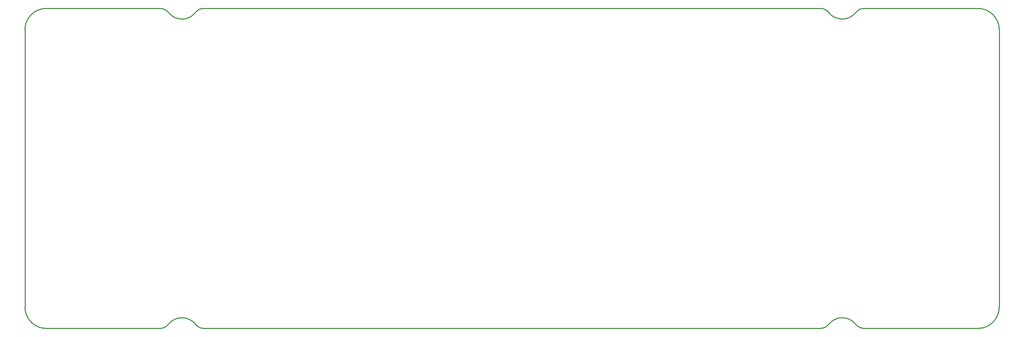
<source format=gbr>
%TF.GenerationSoftware,KiCad,Pcbnew,7.0.1*%
%TF.CreationDate,2023-07-16T15:06:49-04:00*%
%TF.ProjectId,PCB,5043422e-6b69-4636-9164-5f7063625858,rev?*%
%TF.SameCoordinates,Original*%
%TF.FileFunction,Profile,NP*%
%FSLAX46Y46*%
G04 Gerber Fmt 4.6, Leading zero omitted, Abs format (unit mm)*
G04 Created by KiCad (PCBNEW 7.0.1) date 2023-07-16 15:06:49*
%MOMM*%
%LPD*%
G01*
G04 APERTURE LIST*
%TA.AperFunction,Profile*%
%ADD10C,0.250000*%
%TD*%
G04 APERTURE END LIST*
D10*
X232185408Y-101872837D02*
G75*
G03*
X225879592Y-101872837I-3152908J-2461537D01*
G01*
X80255975Y-102834375D02*
X223909025Y-102834375D01*
X225879592Y-29095913D02*
G75*
G03*
X232185408Y-29095913I3152908J2461537D01*
G01*
X78285408Y-101872837D02*
G75*
G03*
X71979592Y-101872837I-3152908J-2461537D01*
G01*
X71979586Y-29095918D02*
G75*
G03*
X70009025Y-28134375I-1970486J-1538282D01*
G01*
X265632500Y-97834375D02*
X265632500Y-33134375D01*
X234155975Y-28134408D02*
G75*
G03*
X232185409Y-29095913I-175J-2499692D01*
G01*
X225879613Y-29095897D02*
G75*
G03*
X223909025Y-28134375I-1970713J-1538803D01*
G01*
X223909025Y-102834404D02*
G75*
G03*
X225879592Y-101872837I-25J2500004D01*
G01*
X43532500Y-28134370D02*
G75*
G03*
X38532500Y-33134375I-10J-4999990D01*
G01*
X70009025Y-28134375D02*
X43532500Y-28134375D01*
X223909025Y-28134375D02*
X80255975Y-28134375D01*
X232185402Y-101872841D02*
G75*
G03*
X234155975Y-102834375I1970698J1538741D01*
G01*
X260632500Y-102834400D02*
G75*
G03*
X265632500Y-97834375I-100J5000100D01*
G01*
X70009025Y-102834406D02*
G75*
G03*
X71979592Y-101872837I-125J2500206D01*
G01*
X234155975Y-102834375D02*
X260632500Y-102834375D01*
X38532525Y-97834375D02*
G75*
G03*
X43532500Y-102834375I4999975J-25D01*
G01*
X260632500Y-28134375D02*
X234155975Y-28134375D01*
X80255975Y-28134406D02*
G75*
G03*
X78285409Y-29095913I-75J-2499894D01*
G01*
X78285430Y-101872820D02*
G75*
G03*
X80255975Y-102834375I1970470J1538220D01*
G01*
X38532500Y-33134375D02*
X38532500Y-97834375D01*
X71979592Y-29095913D02*
G75*
G03*
X78285408Y-29095913I3152908J2461537D01*
G01*
X43532500Y-102834375D02*
X70009025Y-102834375D01*
X265632525Y-33134375D02*
G75*
G03*
X260632500Y-28134375I-4999925J75D01*
G01*
M02*

</source>
